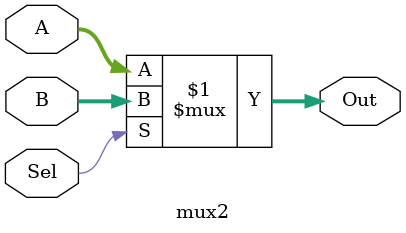
<source format=v>
module mux2(A, B, Sel, Out);
	parameter n=64;
	input [n-1:0] A;
	input [n-1:0] B;
	input Sel;
	output [n-1:0] Out;
	
	assign Out = Sel ? B : A;
endmodule

</source>
